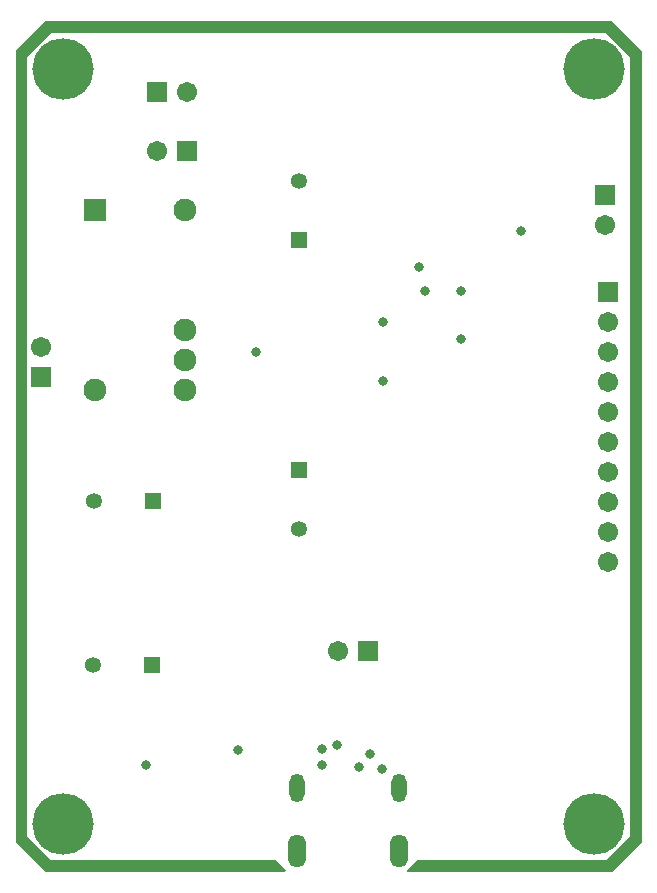
<source format=gbs>
G04*
G04 #@! TF.GenerationSoftware,Altium Limited,Altium Designer,20.2.4 (192)*
G04*
G04 Layer_Color=16711935*
%FSLAX25Y25*%
%MOIN*%
G70*
G04*
G04 #@! TF.SameCoordinates,2DDED56A-656B-4157-8572-3E544114C1A7*
G04*
G04*
G04 #@! TF.FilePolarity,Negative*
G04*
G01*
G75*
%ADD40O,0.05131X0.09461*%
%ADD41O,0.05918X0.11036*%
%ADD42R,0.07591X0.07591*%
%ADD43C,0.07591*%
%ADD44R,0.06706X0.06706*%
%ADD45C,0.06706*%
%ADD46C,0.20485*%
%ADD47C,0.05328*%
%ADD48R,0.05328X0.05328*%
%ADD49R,0.05328X0.05328*%
%ADD50R,0.06706X0.06706*%
%ADD51C,0.03162*%
G36*
X192913Y257874D02*
Y-5906D01*
X183071Y-15748D01*
X114827D01*
X114635Y-15286D01*
X118110Y-11811D01*
X181102D01*
X188976Y-3937D01*
X188976Y255906D01*
X181102Y263779D01*
X-3937D01*
X-11811Y255906D01*
Y-3937D01*
X-3937Y-11811D01*
X70866D01*
X74341Y-15286D01*
X74150Y-15748D01*
X-5906D01*
X-15748Y-5906D01*
Y257874D01*
X-5906Y267717D01*
X183071D01*
X192913Y257874D01*
D02*
G37*
D40*
X77992Y12228D02*
D03*
X112008D02*
D03*
D41*
X77992Y-8874D02*
D03*
X112008D02*
D03*
D42*
X10646Y204827D02*
D03*
D43*
Y144827D02*
D03*
X40646D02*
D03*
Y154827D02*
D03*
Y164827D02*
D03*
Y204827D02*
D03*
D44*
X101646Y57827D02*
D03*
X41496Y224410D02*
D03*
X31496Y244094D02*
D03*
D45*
X91646Y57827D02*
D03*
X-7354Y159327D02*
D03*
X31496Y224410D02*
D03*
X180646Y199827D02*
D03*
X41496Y244094D02*
D03*
X181591Y87543D02*
D03*
Y97543D02*
D03*
Y107543D02*
D03*
Y117543D02*
D03*
Y127543D02*
D03*
Y137543D02*
D03*
Y147543D02*
D03*
Y157543D02*
D03*
Y167543D02*
D03*
D46*
X177165Y0D02*
D03*
Y251969D02*
D03*
X0D02*
D03*
Y0D02*
D03*
D47*
X10303Y107827D02*
D03*
X10146Y53327D02*
D03*
X78740Y98425D02*
D03*
Y214567D02*
D03*
D48*
X29988Y107827D02*
D03*
X29831Y53327D02*
D03*
D49*
X78740Y118110D02*
D03*
Y194882D02*
D03*
D50*
X-7354Y149327D02*
D03*
X180646Y209827D02*
D03*
X181591Y177543D02*
D03*
D51*
X86500Y25000D02*
D03*
X98574Y19327D02*
D03*
X106457Y18457D02*
D03*
X86409Y19685D02*
D03*
X102401Y23650D02*
D03*
X58355Y24955D02*
D03*
X91446Y26527D02*
D03*
X27630Y19756D02*
D03*
X64209Y157571D02*
D03*
X106547Y167482D02*
D03*
X106646Y147827D02*
D03*
X152734Y197674D02*
D03*
X120646Y177827D02*
D03*
X132646Y161827D02*
D03*
Y177827D02*
D03*
X118646Y185827D02*
D03*
M02*

</source>
